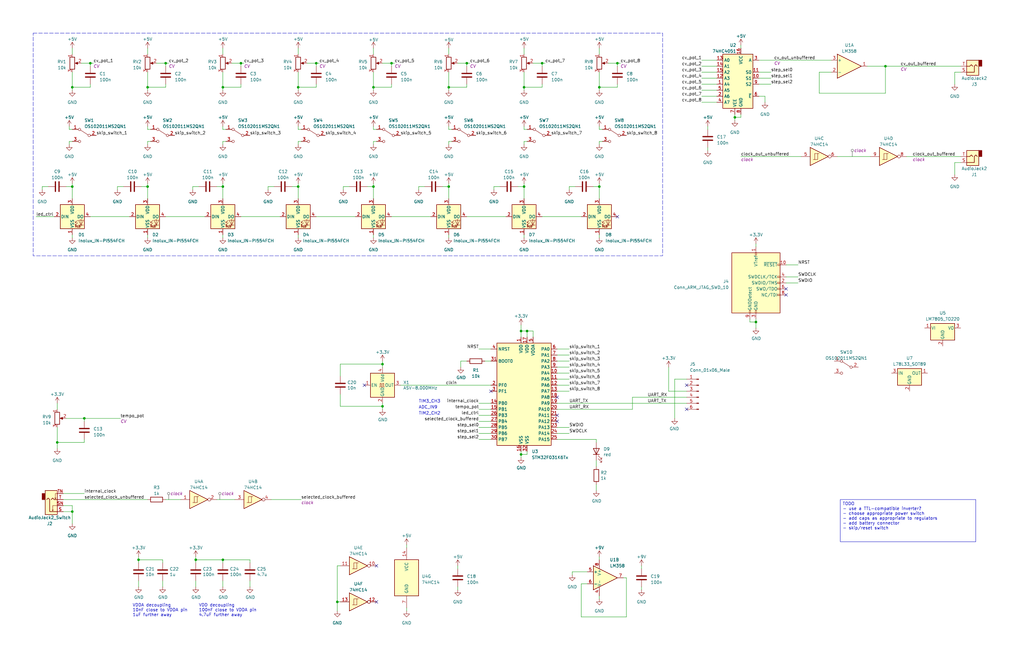
<source format=kicad_sch>
(kicad_sch (version 20221206) (generator eeschema)
  (paper "B")
  (title_block (title "sequencer") (date "2022-12-17") (rev "${rev}") (company "G. Keeth"))
  (junction (at 373.38 27.94))
  (junction (at 62.23 78.74))
  (junction (at 69.85 26.67))
  (junction (at 133.35 26.67))
  (junction (at 142.24 254))
  (junction (at 189.23 78.74))
  (junction (at 161.29 171.45))
  (junction (at 125.73 36.83))
  (junction (at 309.88 49.53))
  (junction (at 252.73 78.74))
  (junction (at 260.35 26.67))
  (junction (at 219.71 191.77))
  (junction (at 157.48 36.83))
  (junction (at 222.25 139.7))
  (junction (at 30.48 78.74))
  (junction (at 101.6 26.67))
  (junction (at 228.6 26.67))
  (junction (at 30.48 36.83))
  (junction (at 82.55 236.22))
  (junction (at 252.73 36.83))
  (junction (at 38.1 26.67))
  (junction (at 35.56 176.53))
  (junction (at 157.48 78.74))
  (junction (at 219.71 139.7))
  (junction (at 93.98 236.22))
  (junction (at 93.98 78.74))
  (junction (at 220.98 78.74))
  (junction (at 125.73 78.74))
  (junction (at 165.1 26.67))
  (junction (at 58.42 236.22))
  (junction (at 62.23 36.83))
  (junction (at 161.29 153.67))
  (junction (at 318.77 135.89))
  (junction (at 189.23 36.83))
  (junction (at 196.85 26.67))
  (junction (at 24.13 186.69))
  (junction (at 30.48 215.9))
  (junction (at 93.98 36.83))
  (junction (at 220.98 36.83))
  (no_connect (at 331.47 121.92))
  (no_connect (at 234.95 167.64))
  (no_connect (at 158.75 254))
  (no_connect (at 207.01 165.1))
  (no_connect (at 158.75 238.76))
  (no_connect (at 289.56 162.56))
  (no_connect (at 234.95 175.26))
  (no_connect (at 260.35 91.44))
  (no_connect (at 331.47 124.46))
  (no_connect (at 153.67 162.56))
  (no_connect (at 289.56 172.72))
  (no_connect (at 234.95 177.8))
  (wire (pts (xy 219.71 139.7) (xy 219.71 142.24)))
  (wire (pts (xy 252.73 78.74) (xy 252.73 83.82)))
  (wire (pts (xy 402.59 68.58) (xy 405.13 68.58)))
  (wire (pts (xy 295.91 35.56) (xy 302.26 35.56)))
  (wire (pts (xy 125.73 36.83) (xy 125.73 38.1)))
  (wire (pts (xy 58.42 234.95) (xy 58.42 236.22)))
  (wire (pts (xy 20.32 78.74) (xy 17.78 78.74)))
  (wire (pts (xy 38.1 26.67) (xy 39.37 26.67)))
  (wire (pts (xy 252.73 251.46) (xy 252.73 252.73)))
  (wire (pts (xy 179.07 78.74) (xy 176.53 78.74)))
  (wire (pts (xy 260.35 26.67) (xy 256.54 26.67)))
  (wire (pts (xy 165.1 35.56) (xy 165.1 36.83)))
  (wire (pts (xy 261.62 26.67) (xy 260.35 26.67)))
  (wire (pts (xy 157.48 60.96) (xy 157.48 59.69)))
  (wire (pts (xy 69.85 26.67) (xy 66.04 26.67)))
  (wire (pts (xy 58.42 236.22) (xy 58.42 237.49)))
  (wire (pts (xy 219.71 191.77) (xy 219.71 193.04)))
  (wire (pts (xy 62.23 36.83) (xy 62.23 38.1)))
  (wire (pts (xy 295.91 33.02) (xy 302.26 33.02)))
  (wire (pts (xy 234.95 157.48) (xy 240.03 157.48)))
  (wire (pts (xy 62.23 36.83) (xy 69.85 36.83)))
  (wire (pts (xy 165.1 26.67) (xy 165.1 27.94)))
  (wire (pts (xy 35.56 176.53) (xy 27.94 176.53)))
  (wire (pts (xy 93.98 78.74) (xy 91.44 78.74)))
  (wire (pts (xy 105.41 237.49) (xy 105.41 236.22)))
  (wire (pts (xy 125.73 77.47) (xy 125.73 78.74)))
  (wire (pts (xy 234.95 165.1) (xy 240.03 165.1)))
  (wire (pts (xy 222.25 139.7) (xy 219.71 139.7)))
  (wire (pts (xy 69.85 35.56) (xy 69.85 36.83)))
  (wire (pts (xy 93.98 20.32) (xy 93.98 22.86)))
  (wire (pts (xy 101.6 91.44) (xy 118.11 91.44)))
  (wire (pts (xy 312.42 48.26) (xy 312.42 49.53)))
  (wire (pts (xy 189.23 36.83) (xy 189.23 38.1)))
  (wire (pts (xy 373.38 39.37) (xy 373.38 27.94)))
  (wire (pts (xy 402.59 73.66) (xy 402.59 68.58)))
  (wire (pts (xy 240.03 78.74) (xy 240.03 80.01)))
  (wire (pts (xy 49.53 78.74) (xy 49.53 80.01)))
  (wire (pts (xy 201.93 147.32) (xy 207.01 147.32)))
  (wire (pts (xy 165.1 91.44) (xy 181.61 91.44)))
  (wire (pts (xy 234.95 182.88) (xy 240.03 182.88)))
  (wire (pts (xy 345.44 30.48) (xy 345.44 39.37)))
  (wire (pts (xy 320.04 35.56) (xy 325.12 35.56)))
  (wire (pts (xy 234.95 160.02) (xy 240.03 160.02)))
  (wire (pts (xy 142.24 238.76) (xy 143.51 238.76)))
  (wire (pts (xy 30.48 20.32) (xy 30.48 22.86)))
  (wire (pts (xy 251.46 194.31) (xy 251.46 196.85)))
  (wire (pts (xy 198.12 26.67) (xy 196.85 26.67)))
  (wire (pts (xy 295.91 43.18) (xy 302.26 43.18)))
  (wire (pts (xy 26.67 210.82) (xy 62.23 210.82)))
  (wire (pts (xy 189.23 53.34) (xy 189.23 54.61)))
  (wire (pts (xy 114.3 210.82) (xy 127 210.82)))
  (wire (pts (xy 29.21 54.61) (xy 30.48 54.61)))
  (wire (pts (xy 82.55 236.22) (xy 82.55 237.49)))
  (wire (pts (xy 252.73 78.74) (xy 250.19 78.74)))
  (wire (pts (xy 147.32 78.74) (xy 144.78 78.74)))
  (wire (pts (xy 201.93 185.42) (xy 207.01 185.42)))
  (wire (pts (xy 157.48 59.69) (xy 158.75 59.69)))
  (wire (pts (xy 220.98 77.47) (xy 220.98 78.74)))
  (wire (pts (xy 52.07 78.74) (xy 49.53 78.74)))
  (wire (pts (xy 281.94 154.94) (xy 281.94 165.1)))
  (wire (pts (xy 201.93 175.26) (xy 207.01 175.26)))
  (wire (pts (xy 320.04 30.48) (xy 325.12 30.48)))
  (wire (pts (xy 30.48 77.47) (xy 30.48 78.74)))
  (wire (pts (xy 220.98 36.83) (xy 228.6 36.83)))
  (wire (pts (xy 196.85 91.44) (xy 213.36 91.44)))
  (wire (pts (xy 125.73 78.74) (xy 125.73 83.82)))
  (wire (pts (xy 234.95 185.42) (xy 251.46 185.42)))
  (wire (pts (xy 382.27 66.04) (xy 405.13 66.04)))
  (wire (pts (xy 189.23 59.69) (xy 190.5 59.69)))
  (wire (pts (xy 373.38 27.94) (xy 405.13 27.94)))
  (wire (pts (xy 402.59 35.56) (xy 402.59 30.48)))
  (wire (pts (xy 234.95 170.18) (xy 289.56 170.18)))
  (wire (pts (xy 24.13 180.34) (xy 24.13 186.69)))
  (wire (pts (xy 220.98 59.69) (xy 222.25 59.69)))
  (wire (pts (xy 58.42 236.22) (xy 68.58 236.22)))
  (wire (pts (xy 62.23 59.69) (xy 63.5 59.69)))
  (wire (pts (xy 93.98 54.61) (xy 95.25 54.61)))
  (wire (pts (xy 101.6 26.67) (xy 97.79 26.67)))
  (wire (pts (xy 373.38 27.94) (xy 365.76 27.94)))
  (wire (pts (xy 93.98 36.83) (xy 101.6 36.83)))
  (wire (pts (xy 113.03 78.74) (xy 113.03 80.01)))
  (wire (pts (xy 260.35 26.67) (xy 260.35 27.94)))
  (wire (pts (xy 220.98 30.48) (xy 220.98 36.83)))
  (wire (pts (xy 251.46 186.69) (xy 251.46 185.42)))
  (wire (pts (xy 93.98 78.74) (xy 93.98 83.82)))
  (wire (pts (xy 161.29 170.18) (xy 161.29 171.45)))
  (wire (pts (xy 320.04 40.64) (xy 322.58 40.64)))
  (wire (pts (xy 194.31 152.4) (xy 196.85 152.4)))
  (wire (pts (xy 252.73 77.47) (xy 252.73 78.74)))
  (wire (pts (xy 252.73 20.32) (xy 252.73 22.86)))
  (wire (pts (xy 228.6 91.44) (xy 245.11 91.44)))
  (wire (pts (xy 93.98 99.06) (xy 93.98 100.33)))
  (wire (pts (xy 125.73 30.48) (xy 125.73 36.83)))
  (wire (pts (xy 309.88 48.26) (xy 309.88 49.53)))
  (wire (pts (xy 295.91 38.1) (xy 302.26 38.1)))
  (wire (pts (xy 83.82 78.74) (xy 81.28 78.74)))
  (wire (pts (xy 62.23 60.96) (xy 62.23 59.69)))
  (wire (pts (xy 29.21 53.34) (xy 29.21 54.61)))
  (wire (pts (xy 262.89 243.84) (xy 264.16 243.84)))
  (wire (pts (xy 222.25 190.5) (xy 222.25 191.77)))
  (wire (pts (xy 189.23 78.74) (xy 189.23 83.82)))
  (wire (pts (xy 220.98 20.32) (xy 220.98 22.86)))
  (wire (pts (xy 62.23 20.32) (xy 62.23 22.86)))
  (wire (pts (xy 102.87 26.67) (xy 101.6 26.67)))
  (wire (pts (xy 29.21 60.96) (xy 29.21 59.69)))
  (wire (pts (xy 93.98 59.69) (xy 95.25 59.69)))
  (wire (pts (xy 220.98 60.96) (xy 220.98 59.69)))
  (wire (pts (xy 252.73 54.61) (xy 254 54.61)))
  (wire (pts (xy 133.35 26.67) (xy 133.35 27.94)))
  (wire (pts (xy 252.73 99.06) (xy 252.73 100.33)))
  (wire (pts (xy 157.48 78.74) (xy 154.94 78.74)))
  (wire (pts (xy 157.48 78.74) (xy 157.48 83.82)))
  (wire (pts (xy 143.51 158.75) (xy 143.51 153.67)))
  (wire (pts (xy 196.85 26.67) (xy 193.04 26.67)))
  (wire (pts (xy 30.48 213.36) (xy 30.48 215.9)))
  (wire (pts (xy 68.58 245.11) (xy 68.58 247.65)))
  (wire (pts (xy 322.58 40.64) (xy 322.58 43.18)))
  (wire (pts (xy 125.73 59.69) (xy 127 59.69)))
  (wire (pts (xy 331.47 111.76) (xy 336.55 111.76)))
  (wire (pts (xy 228.6 26.67) (xy 224.79 26.67)))
  (wire (pts (xy 143.51 153.67) (xy 161.29 153.67)))
  (wire (pts (xy 157.48 30.48) (xy 157.48 36.83)))
  (wire (pts (xy 125.73 53.34) (xy 125.73 54.61)))
  (wire (pts (xy 189.23 20.32) (xy 189.23 22.86)))
  (wire (pts (xy 125.73 78.74) (xy 123.19 78.74)))
  (wire (pts (xy 38.1 35.56) (xy 38.1 36.83)))
  (wire (pts (xy 93.98 53.34) (xy 93.98 54.61)))
  (wire (pts (xy 220.98 78.74) (xy 220.98 83.82)))
  (wire (pts (xy 251.46 207.01) (xy 251.46 204.47)))
  (wire (pts (xy 201.93 170.18) (xy 207.01 170.18)))
  (wire (pts (xy 115.57 78.74) (xy 113.03 78.74)))
  (wire (pts (xy 62.23 78.74) (xy 62.23 83.82)))
  (wire (pts (xy 295.91 27.94) (xy 302.26 27.94)))
  (wire (pts (xy 26.67 208.28) (xy 35.56 208.28)))
  (wire (pts (xy 318.77 134.62) (xy 318.77 135.89)))
  (wire (pts (xy 224.79 139.7) (xy 222.25 139.7)))
  (wire (pts (xy 266.7 167.64) (xy 266.7 172.72)))
  (wire (pts (xy 157.48 99.06) (xy 157.48 100.33)))
  (wire (pts (xy 143.51 171.45) (xy 161.29 171.45)))
  (wire (pts (xy 234.95 180.34) (xy 240.03 180.34)))
  (wire (pts (xy 201.93 177.8) (xy 207.01 177.8)))
  (wire (pts (xy 312.42 49.53) (xy 309.88 49.53)))
  (wire (pts (xy 224.79 142.24) (xy 224.79 139.7)))
  (wire (pts (xy 125.73 60.96) (xy 125.73 59.69)))
  (wire (pts (xy 252.73 53.34) (xy 252.73 54.61)))
  (wire (pts (xy 142.24 254) (xy 143.51 254)))
  (wire (pts (xy 201.93 182.88) (xy 207.01 182.88)))
  (wire (pts (xy 242.57 78.74) (xy 240.03 78.74)))
  (wire (pts (xy 350.52 30.48) (xy 345.44 30.48)))
  (wire (pts (xy 252.73 60.96) (xy 252.73 59.69)))
  (wire (pts (xy 69.85 26.67) (xy 69.85 27.94)))
  (wire (pts (xy 289.56 167.64) (xy 266.7 167.64)))
  (wire (pts (xy 228.6 35.56) (xy 228.6 36.83)))
  (wire (pts (xy 24.13 170.18) (xy 24.13 172.72)))
  (wire (pts (xy 91.44 210.82) (xy 99.06 210.82)))
  (wire (pts (xy 331.47 116.84) (xy 336.55 116.84)))
  (wire (pts (xy 93.98 77.47) (xy 93.98 78.74)))
  (wire (pts (xy 189.23 36.83) (xy 196.85 36.83)))
  (wire (pts (xy 35.56 186.69) (xy 24.13 186.69)))
  (wire (pts (xy 298.45 62.23) (xy 298.45 63.5)))
  (wire (pts (xy 93.98 237.49) (xy 93.98 236.22)))
  (wire (pts (xy 222.25 191.77) (xy 219.71 191.77)))
  (wire (pts (xy 69.85 210.82) (xy 76.2 210.82)))
  (wire (pts (xy 220.98 78.74) (xy 218.44 78.74)))
  (wire (pts (xy 252.73 36.83) (xy 260.35 36.83)))
  (wire (pts (xy 189.23 60.96) (xy 189.23 59.69)))
  (wire (pts (xy 58.42 245.11) (xy 58.42 247.65)))
  (wire (pts (xy 176.53 78.74) (xy 176.53 80.01)))
  (wire (pts (xy 30.48 78.74) (xy 30.48 83.82)))
  (wire (pts (xy 318.77 102.87) (xy 318.77 104.14)))
  (wire (pts (xy 219.71 190.5) (xy 219.71 191.77)))
  (wire (pts (xy 189.23 54.61) (xy 190.5 54.61)))
  (wire (pts (xy 295.91 25.4) (xy 302.26 25.4)))
  (wire (pts (xy 295.91 30.48) (xy 302.26 30.48)))
  (wire (pts (xy 133.35 91.44) (xy 149.86 91.44)))
  (wire (pts (xy 222.25 142.24) (xy 222.25 139.7)))
  (wire (pts (xy 142.24 254) (xy 142.24 238.76)))
  (wire (pts (xy 318.77 135.89) (xy 318.77 138.43)))
  (wire (pts (xy 142.24 257.81) (xy 142.24 254)))
  (wire (pts (xy 194.31 154.94) (xy 194.31 152.4)))
  (wire (pts (xy 193.04 240.03) (xy 193.04 238.76)))
  (wire (pts (xy 35.56 176.53) (xy 35.56 177.8)))
  (wire (pts (xy 157.48 36.83) (xy 165.1 36.83)))
  (wire (pts (xy 157.48 20.32) (xy 157.48 22.86)))
  (wire (pts (xy 68.58 236.22) (xy 68.58 237.49)))
  (wire (pts (xy 245.11 246.38) (xy 247.65 246.38)))
  (wire (pts (xy 284.48 160.02) (xy 284.48 176.53)))
  (wire (pts (xy 35.56 185.42) (xy 35.56 186.69)))
  (wire (pts (xy 165.1 26.67) (xy 161.29 26.67)))
  (wire (pts (xy 30.48 36.83) (xy 38.1 36.83)))
  (wire (pts (xy 245.11 260.35) (xy 245.11 246.38)))
  (wire (pts (xy 17.78 78.74) (xy 17.78 80.01)))
  (wire (pts (xy 201.93 180.34) (xy 207.01 180.34)))
  (wire (pts (xy 30.48 78.74) (xy 27.94 78.74)))
  (wire (pts (xy 345.44 39.37) (xy 373.38 39.37)))
  (wire (pts (xy 402.59 30.48) (xy 405.13 30.48)))
  (wire (pts (xy 316.23 135.89) (xy 318.77 135.89)))
  (wire (pts (xy 241.3 242.57) (xy 241.3 241.3)))
  (wire (pts (xy 62.23 30.48) (xy 62.23 36.83)))
  (wire (pts (xy 125.73 54.61) (xy 127 54.61)))
  (wire (pts (xy 234.95 162.56) (xy 240.03 162.56)))
  (wire (pts (xy 284.48 160.02) (xy 289.56 160.02)))
  (wire (pts (xy 157.48 53.34) (xy 157.48 54.61)))
  (wire (pts (xy 228.6 26.67) (xy 228.6 27.94)))
  (wire (pts (xy 62.23 54.61) (xy 63.5 54.61)))
  (wire (pts (xy 234.95 154.94) (xy 240.03 154.94)))
  (wire (pts (xy 30.48 99.06) (xy 30.48 100.33)))
  (wire (pts (xy 220.98 53.34) (xy 220.98 54.61)))
  (wire (pts (xy 81.28 78.74) (xy 81.28 80.01)))
  (wire (pts (xy 196.85 35.56) (xy 196.85 36.83)))
  (wire (pts (xy 125.73 99.06) (xy 125.73 100.33)))
  (wire (pts (xy 196.85 26.67) (xy 196.85 27.94)))
  (wire (pts (xy 298.45 54.61) (xy 298.45 53.34)))
  (wire (pts (xy 157.48 77.47) (xy 157.48 78.74)))
  (wire (pts (xy 82.55 245.11) (xy 82.55 247.65)))
  (wire (pts (xy 189.23 78.74) (xy 186.69 78.74)))
  (wire (pts (xy 208.28 78.74) (xy 208.28 80.01)))
  (wire (pts (xy 171.45 229.87) (xy 171.45 231.14)))
  (wire (pts (xy 234.95 152.4) (xy 240.03 152.4)))
  (wire (pts (xy 71.12 26.67) (xy 69.85 26.67)))
  (wire (pts (xy 219.71 137.16) (xy 219.71 139.7)))
  (wire (pts (xy 204.47 152.4) (xy 207.01 152.4)))
  (wire (pts (xy 101.6 35.56) (xy 101.6 36.83)))
  (wire (pts (xy 161.29 152.4) (xy 161.29 153.67)))
  (wire (pts (xy 252.73 36.83) (xy 252.73 38.1)))
  (wire (pts (xy 353.06 66.04) (xy 367.03 66.04)))
  (wire (pts (xy 189.23 30.48) (xy 189.23 36.83)))
  (wire (pts (xy 252.73 30.48) (xy 252.73 36.83)))
  (wire (pts (xy 157.48 54.61) (xy 158.75 54.61)))
  (wire (pts (xy 234.95 147.32) (xy 240.03 147.32)))
  (wire (pts (xy 133.35 26.67) (xy 129.54 26.67)))
  (wire (pts (xy 101.6 26.67) (xy 101.6 27.94)))
  (wire (pts (xy 220.98 54.61) (xy 222.25 54.61)))
  (wire (pts (xy 264.16 260.35) (xy 245.11 260.35)))
  (wire (pts (xy 210.82 78.74) (xy 208.28 78.74)))
  (wire (pts (xy 93.98 245.11) (xy 93.98 247.65)))
  (wire (pts (xy 82.55 236.22) (xy 93.98 236.22)))
  (wire (pts (xy 144.78 78.74) (xy 144.78 80.01)))
  (wire (pts (xy 252.73 59.69) (xy 254 59.69)))
  (wire (pts (xy 220.98 99.06) (xy 220.98 100.33)))
  (wire (pts (xy 62.23 77.47) (xy 62.23 78.74)))
  (wire (pts (xy 26.67 213.36) (xy 30.48 213.36)))
  (wire (pts (xy 189.23 99.06) (xy 189.23 100.33)))
  (wire (pts (xy 295.91 40.64) (xy 302.26 40.64)))
  (wire (pts (xy 270.51 238.76) (xy 270.51 240.03)))
  (wire (pts (xy 133.35 35.56) (xy 133.35 36.83)))
  (wire (pts (xy 229.87 26.67) (xy 228.6 26.67)))
  (wire (pts (xy 143.51 166.37) (xy 143.51 171.45)))
  (wire (pts (xy 252.73 234.95) (xy 252.73 236.22)))
  (wire (pts (xy 331.47 119.38) (xy 336.55 119.38)))
  (wire (pts (xy 30.48 215.9) (xy 30.48 220.98)))
  (wire (pts (xy 62.23 78.74) (xy 59.69 78.74)))
  (wire (pts (xy 24.13 186.69) (xy 24.13 189.23)))
  (wire (pts (xy 320.04 25.4) (xy 350.52 25.4)))
  (wire (pts (xy 125.73 20.32) (xy 125.73 22.86)))
  (wire (pts (xy 62.23 53.34) (xy 62.23 54.61)))
  (wire (pts (xy 93.98 60.96) (xy 93.98 59.69)))
  (wire (pts (xy 38.1 26.67) (xy 38.1 27.94)))
  (wire (pts (xy 69.85 91.44) (xy 86.36 91.44)))
  (wire (pts (xy 270.51 247.65) (xy 270.51 248.92)))
  (wire (pts (xy 26.67 215.9) (xy 30.48 215.9)))
  (wire (pts (xy 316.23 134.62) (xy 316.23 135.89)))
  (wire (pts (xy 105.41 236.22) (xy 93.98 236.22)))
  (wire (pts (xy 320.04 33.02) (xy 325.12 33.02)))
  (wire (pts (xy 264.16 243.84) (xy 264.16 260.35)))
  (wire (pts (xy 260.35 35.56) (xy 260.35 36.83)))
  (wire (pts (xy 281.94 165.1) (xy 289.56 165.1)))
  (wire (pts (xy 201.93 172.72) (xy 207.01 172.72)))
  (wire (pts (xy 234.95 149.86) (xy 240.03 149.86)))
  (wire (pts (xy 234.95 172.72) (xy 266.7 172.72)))
  (wire (pts (xy 166.37 26.67) (xy 165.1 26.67)))
  (wire (pts (xy 220.98 36.83) (xy 220.98 38.1)))
  (wire (pts (xy 189.23 77.47) (xy 189.23 78.74)))
  (wire (pts (xy 15.24 91.44) (xy 22.86 91.44)))
  (wire (pts (xy 34.29 26.67) (xy 38.1 26.67)))
  (wire (pts (xy 168.91 162.56) (xy 207.01 162.56)))
  (wire (pts (xy 125.73 36.83) (xy 133.35 36.83)))
  (wire (pts (xy 193.04 247.65) (xy 193.04 248.92)))
  (wire (pts (xy 29.21 59.69) (xy 30.48 59.69)))
  (wire (pts (xy 161.29 153.67) (xy 161.29 154.94)))
  (wire (pts (xy 30.48 36.83) (xy 30.48 38.1)))
  (wire (pts (xy 134.62 26.67) (xy 133.35 26.67)))
  (wire (pts (xy 105.41 245.11) (xy 105.41 247.65)))
  (wire (pts (xy 50.8 176.53) (xy 35.56 176.53)))
  (wire (pts (xy 38.1 91.44) (xy 54.61 91.44)))
  (wire (pts (xy 82.55 234.95) (xy 82.55 236.22)))
  (wire (pts (xy 93.98 30.48) (xy 93.98 36.83)))
  (wire (pts (xy 161.29 171.45) (xy 161.29 172.72)))
  (wire (pts (xy 157.48 36.83) (xy 157.48 38.1)))
  (wire (pts (xy 30.48 30.48) (xy 30.48 36.83)))
  (wire (pts (xy 312.42 19.05) (xy 312.42 20.32)))
  (wire (pts (xy 93.98 36.83) (xy 93.98 38.1)))
  (wire (pts (xy 62.23 99.06) (xy 62.23 100.33)))
  (wire (pts (xy 309.88 49.53) (xy 309.88 50.8)))
  (wire (pts (xy 171.45 256.54) (xy 171.45 257.81)))
  (wire (pts (xy 312.42 66.04) (xy 337.82 66.04)))
  (wire (pts (xy 241.3 241.3) (xy 247.65 241.3)))
  (rectangle (start 13.97 13.97) (end 279.4 107.95) (stroke (width 0) (type dash)))
  (text_box "TODO\n- use a TTL-compatible inverter?\n- choose appropriate power switch\n- add caps as appropriate to regulators\n- add battery connector\n- skip/reset switch" (at 354.33 210.82 0) (size 57.15 17.78) (effects (font (size 1.27 1.27)) (justify left top)))
  (text "ADC_IN9" (at 176.53 172.72 0) (effects (font (size 1.27 1.27)) (justify left bottom)))
  (text "TIM3_CH3" (at 176.53 170.18 0) (effects (font (size 1.27 1.27)) (justify left bottom)))
  (text "VDDA decoupling\n10nF close to VDDA pin\n1uF further away" (at 55.88 260.35 0) (effects (font (size 1.27 1.27)) (justify left bottom)))
  (text "VDD decoupling\n100nF close to VDDA pin\n4.7uF further away" (at 83.82 260.35 0) (effects (font (size 1.27 1.27)) (justify left bottom)))
  (text "TIM2_CH2" (at 176.53 175.26 0) (effects (font (size 1.27 1.27)) (justify left bottom)))
  (label "step_sel1" (at 201.93 182.88 180) (property "Netclass" "digital" (effects hide)))
  (label "cv_pot_7" (at 229.87 26.67 0))
  (label "internal_clock" (at 35.56 208.28 0) (property "Netclass" "clock" (effects hide)))
  (label "selected_clock_buffered" (at 201.93 177.8 180) (property "Netclass" "clock" (effects hide)))
  (label "skip_switch_5" (at 168.91 57.15 0))
  (label "skip_switch_6" (at 240.03 160.02 0))
  (label "tempo_pot" (at 50.8 176.53 0) (property "Netclass" "CV" (at 50.8 177.8 0) (effects (font italic) (justify left))))
  (label "cv_pot_2" (at 71.12 26.67 0) (property "Netclass" "CV" (at 71.12 27.94 0) (effects (font italic) (justify left))))
  (label "cv_pot_7" (at 295.91 40.64 180) (property "Netclass" "CV" (effects hide)))
  (label "step_sel0" (at 325.12 30.48 0) (property "Netclass" "digital" (effects hide)))
  (label "internal_clock" (at 201.93 170.18 180) (property "Netclass" "clock" (effects hide)))
  (label "NRST" (at 201.93 147.32 180))
  (label "skip_switch_7" (at 232.41 57.15 0))
  (label "skip_switch_1" (at 40.64 57.15 0))
  (label "clock_out_buffered" (at 384.81 66.04 0) (property "Netclass" "clock" (at 384.81 67.31 0) (effects (font italic) (justify left))))
  (label "SWDIO" (at 336.55 119.38 0) (property "Netclass" "digital" (effects hide)))
  (label "led_ctrl" (at 201.93 175.26 180) (property "Netclass" "digital" (effects hide)))
  (label "skip_switch_7" (at 240.03 162.56 0))
  (label "cv_pot_6" (at 295.91 38.1 180) (property "Netclass" "CV" (effects hide)))
  (label "selected_clock_unbuffered" (at 35.56 210.82 0) (property "Netclass" "clock" (effects hide)))
  (label "skip_switch_1" (at 240.03 147.32 0))
  (label "skip_switch_8" (at 240.03 165.1 0))
  (label "skip_switch_4" (at 137.16 57.15 0))
  (label "cv_out_buffered" (at 379.73 27.94 0) (property "Netclass" "CV" (at 379.73 29.21 0) (effects (font italic) (justify left))))
  (label "step_sel2" (at 325.12 35.56 0) (property "Netclass" "digital" (effects hide)))
  (label "UART_RX" (at 240.03 172.72 0) (property "Netclass" "digital" (effects hide)))
  (label "UART_TX" (at 240.03 170.18 0) (property "Netclass" "digital" (effects hide)))
  (label "led_ctrl" (at 15.24 91.44 0) (property "Netclass" "digital" (effects hide)))
  (label "clkin" (at 187.96 162.56 0) (property "Netclass" "digital" (effects hide)))
  (label "cv_out_unbuffered" (at 326.39 25.4 0) (property "Netclass" "CV" (at 326.39 26.67 0) (effects (font italic) (justify left))))
  (label "skip_switch_3" (at 105.41 57.15 0))
  (label "cv_pot_1" (at 295.91 25.4 180) (property "Netclass" "CV" (effects hide)))
  (label "cv_pot_2" (at 295.91 27.94 180) (property "Netclass" "CV" (effects hide)))
  (label "skip_switch_5" (at 240.03 157.48 0))
  (label "cv_pot_3" (at 102.87 26.67 0) (property "Netclass" "CV" (at 102.87 27.94 0) (effects (font italic) (justify left))))
  (label "skip_switch_6" (at 200.66 57.15 0))
  (label "clock_out_unbuffered" (at 312.42 66.04 0) (property "Netclass" "clock" (at 312.42 67.31 0) (effects (font italic) (justify left))))
  (label "cv_pot_8" (at 261.62 26.67 0) (property "Netclass" "CV" (at 261.62 27.94 0) (effects (font italic) (justify left))))
  (label "step_sel0" (at 201.93 180.34 180) (property "Netclass" "digital" (effects hide)))
  (label "skip_switch_3" (at 240.03 152.4 0))
  (label "cv_pot_3" (at 295.91 30.48 180) (property "Netclass" "CV" (effects hide)))
  (label "step_sel1" (at 325.12 33.02 0) (property "Netclass" "digital" (effects hide)))
  (label "UART_TX" (at 273.05 170.18 0) (property "Netclass" "digital" (effects hide)))
  (label "skip_switch_4" (at 240.03 154.94 0))
  (label "cv_pot_1" (at 39.37 26.67 0) (property "Netclass" "CV" (at 39.37 27.94 0) (effects (font italic) (justify left))))
  (label "skip_switch_8" (at 264.16 57.15 0))
  (label "step_sel2" (at 201.93 185.42 180) (property "Netclass" "digital" (effects hide)))
  (label "cv_pot_5" (at 295.91 35.56 180) (property "Netclass" "CV" (effects hide)))
  (label "cv_pot_8" (at 295.91 43.18 180) (property "Netclass" "CV" (effects hide)))
  (label "cv_pot_4" (at 295.91 33.02 180) (property "Netclass" "CV" (effects hide)))
  (label "skip_switch_2" (at 240.03 149.86 0))
  (label "UART_RX" (at 273.05 167.64 0) (property "Netclass" "digital" (effects hide)))
  (label "SWDIO" (at 240.03 180.34 0) (property "Netclass" "digital" (effects hide)))
  (label "NRST" (at 336.55 111.76 0))
  (label "selected_clock_buffered" (at 127 210.82 0) (property "Netclass" "clock" (at 127 212.09 0) (effects (font italic) (justify left))))
  (label "tempo_pot" (at 201.93 172.72 180) (property "Netclass" "CV" (effects hide)))
  (label "skip_switch_2" (at 73.66 57.15 0))
  (label "cv_pot_5" (at 166.37 26.67 0) (property "Netclass" "CV" (at 166.37 27.94 0) (effects (font italic) (justify left))))
  (label "SWDCLK" (at 336.55 116.84 0) (property "Netclass" "digital" (effects hide)))
  (label "cv_pot_6" (at 198.12 26.67 0) (property "Netclass" "CV" (at 198.12 27.94 0) (effects (font italic) (justify left))))
  (label "SWDCLK" (at 240.03 182.88 0) (property "Netclass" "digital" (effects hide)))
  (label "cv_pot_4" (at 134.62 26.67 0) (property "Netclass" "CV" (at 134.62 27.94 0) (effects (font italic) (justify left))))
  (netclass_flag "" (length 2.54) (shape round) (at 71.12 210.82 0) (property "Netclass" "clock" (at 71.8185 208.28 0) (effects (font italic) (justify left))))
  (netclass_flag "" (length 2.54) (shape round) (at 92.71 210.82 0) (property "Netclass" "clock" (at 93.4085 208.28 0) (effects (font italic) (justify left))))
  (netclass_flag "" (length 2.54) (shape round) (at 359.41 66.04 0) (property "Netclass" "clock" (at 360.1085 63.5 0) (effects (font italic) (justify left))))
  (symbol (lib_id "power:GND") (at 309.88 50.8 0) (unit 1)
    (property "Reference" "#PWR0108" (effects hide))
    (property "Value" "GND" (at 309.88 55.88 0))
  )
  (symbol (lib_id "power:GND") (at 82.55 247.65 0) (unit 1)
    (property "Reference" "#PWR0123" (effects hide))
    (property "Value" "GND" (at 82.677 252.0442 0))
  )
  (symbol (lib_id "power:GND") (at 284.48 176.53 0) (mirror y) (unit 1)
    (property "Reference" "#PWR0110" (effects hide))
    (property "Value" "GND" (at 284.353 180.9242 0))
  )
  (symbol (lib_id "Device:R_Potentiometer") (at 93.98 26.67 0) (unit 1)
    (property "Reference" "RV3" (at 91.44 26.035 0) (effects (justify right)))
    (property "Value" "10k" (at 91.44 28.575 0) (effects (justify right)))
  )
  (symbol (lib_id "power:+5V") (at 157.48 53.34 0) (unit 1)
    (property "Reference" "#PWR0165" (effects hide))
    (property "Value" "+5V" (at 157.48 49.53 0))
  )
  (symbol (lib_id "Device:C") (at 69.85 31.75 180) (unit 1)
    (property "Reference" "C2" (at 73.66 31.115 0) (effects (justify right)))
    (property "Value" "100n" (at 73.66 33.655 0) (effects (justify right)))
    (property "Footprint" "Capacitor_SMD:C_0603_1608Metric" (effects hide))
  )
  (symbol (lib_id "power:+5V") (at 252.73 20.32 0) (unit 1)
    (property "Reference" "#PWR0132" (effects hide))
    (property "Value" "+5V" (at 252.73 16.51 0))
  )
  (symbol (lib_id "power:+3.3V") (at 318.77 102.87 0) (unit 1)
    (property "Reference" "#PWR0140" (effects hide))
    (property "Value" "+3.3V" (at 318.77 99.06 0))
  )
  (symbol (lib_id "power:+5V") (at 62.23 53.34 0) (unit 1)
    (property "Reference" "#PWR0137" (effects hide))
    (property "Value" "+5V" (at 62.23 49.53 0))
  )
  (symbol (lib_id "power:GND") (at 157.48 100.33 0) (unit 1)
    (property "Reference" "#PWR0162" (effects hide))
    (property "Value" "GND" (at 157.48 105.41 0))
  )
  (symbol (lib_id "power:GND") (at 62.23 100.33 0) (unit 1)
    (property "Reference" "#PWR0162" (effects hide))
    (property "Value" "GND" (at 62.23 105.41 0))
  )
  (symbol (lib_id "Amplifier_Operational:LM358") (at 255.27 243.84 0) (unit 3)
    (property "Reference" "U1" (effects hide))
    (property "Value" "LM358" (effects hide))
    (property "Datasheet" "http://www.ti.com/lit/ds/symlink/lm2904-n.pdf" (effects hide))
  )
  (symbol (lib_id "power:+5V") (at 30.48 77.47 0) (unit 1)
    (property "Reference" "#PWR0161" (effects hide))
    (property "Value" "+5V" (at 30.48 73.66 0))
  )
  (symbol (lib_id "power:GND") (at 144.78 80.01 0) (unit 1)
    (property "Reference" "#PWR0160" (effects hide))
    (property "Value" "GND" (at 144.78 85.09 0))
  )
  (symbol (lib_id "Device:C") (at 105.41 241.3 0) (unit 1)
    (property "Reference" "C25" (at 108.331 240.1316 0) (effects (justify left)))
    (property "Value" "4.7u" (at 108.331 242.443 0) (effects (justify left)))
    (property "Footprint" "Capacitor_SMD:C_0805_2012Metric" (effects hide))
    (property "Datasheet" "https://api.kemet.com/component-edge/download/datasheet/C0805C475K4RACTU.pdf" (effects hide))
    (property "Distributor" "Digikey" (effects hide))
    (property "Distributor PN" "399-7415-1-ND" (effects hide))
    (property "Manufacturer" "KEMET" (effects hide))
    (property "Manufacturer PN" "C0805C475K4RACTU" (effects hide))
  )
  (symbol (lib_id "power:GND") (at 241.3 242.57 0) (unit 1)
    (property "Reference" "#PWR0107" (effects hide))
    (property "Value" "GND" (at 241.3 247.65 0))
  )
  (symbol (lib_id "power:+3.3V") (at 161.29 152.4 0) (unit 1)
    (property "Reference" "#PWR0135" (effects hide))
    (property "Value" "+3.3V" (at 161.29 148.59 0))
  )
  (symbol (lib_id "power:GND") (at 17.78 80.01 0) (unit 1)
    (property "Reference" "#PWR0160" (effects hide))
    (property "Value" "GND" (at 17.78 85.09 0))
  )
  (symbol (lib_id "74xx:74HC4051") (at 312.42 33.02 0) (mirror y) (unit 1)
    (property "Reference" "U2" (at 310.4641 19.05 0) (effects (justify left)))
    (property "Value" "74HC4051" (at 310.4641 21.59 0) (effects (justify left)))
    (property "Datasheet" "http://www.ti.com/lit/ds/symlink/cd74hc4051.pdf" (effects hide))
  )
  (symbol (lib_id "Device:C") (at 93.98 241.3 0) (unit 1)
    (property "Reference" "C24" (at 96.901 240.1316 0) (effects (justify left)))
    (property "Value" "100n" (at 96.901 242.443 0) (effects (justify left)))
    (property "Footprint" "Capacitor_SMD:C_0603_1608Metric" (effects hide))
  )
  (symbol (lib_id "Switch:SW_SPDT") (at 227.33 57.15 0) (mirror y) (unit 1)
    (property "Reference" "SW7" (at 227.33 50.8 0) (effects (justify right)))
    (property "Value" "OS102011MS2QN1" (at 227.33 53.34 0) (effects (justify right)))
    (property "Footprint" "Button_Switch_THT:SW_Slide_1P2T_CK_OS102011MS2Q" (effects hide))
  )
  (symbol (lib_id "power:GND") (at 68.58 247.65 0) (unit 1)
    (property "Reference" "#PWR0125" (effects hide))
    (property "Value" "GND" (at 68.707 252.0442 0))
  )
  (symbol (lib_id "power:GND") (at 220.98 100.33 0) (unit 1)
    (property "Reference" "#PWR0162" (effects hide))
    (property "Value" "GND" (at 220.98 105.41 0))
  )
  (symbol (lib_id "power:GND") (at 252.73 100.33 0) (unit 1)
    (property "Reference" "#PWR0162" (effects hide))
    (property "Value" "GND" (at 252.73 105.41 0))
  )
  (symbol (lib_id "Device:LED") (at 251.46 190.5 90) (unit 1)
    (property "Reference" "D9" (at 254.4572 189.5094 90) (effects (justify right)))
    (property "Value" "red" (at 254.4572 191.8208 90) (effects (justify right)))
    (property "Footprint" "LED_SMD:LED_0603_1608Metric_Castellated" (effects hide))
    (property "Datasheet" "http://optoelectronics.liteon.com/upload/download/DS22-2000-223/LTST-C191KRKT.PDF" (effects hide))
    (property "Distributor" "Digikey" (effects hide))
    (property "Distributor PN" "160-1447-1-ND" (effects hide))
    (property "Manufacturer" "Lite-On" (effects hide))
    (property "Manufacturer PN" "LTST-C191KRKT" (effects hide))
  )
  (symbol (lib_id "power:GND") (at 125.73 38.1 0) (unit 1)
    (property "Reference" "#PWR0118" (effects hide))
    (property "Value" "GND" (at 125.73 43.18 0))
  )
  (symbol (lib_id "Device:C") (at 55.88 78.74 270) (unit 1)
    (property "Reference" "C10" (at 55.88 72.39 90))
    (property "Value" "100n" (at 55.88 74.93 90))
    (property "Footprint" "Capacitor_SMD:C_0603_1608Metric" (effects hide))
  )
  (symbol (lib_id "Switch:SW_SPDT") (at 68.58 57.15 0) (mirror y) (unit 1)
    (property "Reference" "SW2" (at 68.58 50.8 0) (effects (justify right)))
    (property "Value" "OS102011MS2QN1" (at 68.58 53.34 0) (effects (justify right)))
    (property "Footprint" "Button_Switch_THT:SW_Slide_1P2T_CK_OS102011MS2Q" (effects hide))
  )
  (symbol (lib_id "power:GND") (at 30.48 220.98 0) (unit 1)
    (property "Reference" "#PWR0167" (effects hide))
    (property "Value" "GND" (at 30.48 226.06 0))
  )
  (symbol (lib_id "power:GND") (at 81.28 80.01 0) (unit 1)
    (property "Reference" "#PWR0160" (effects hide))
    (property "Value" "GND" (at 81.28 85.09 0))
  )
  (symbol (lib_id "Device:C") (at 38.1 31.75 180) (unit 1)
    (property "Reference" "C1" (at 41.91 31.115 0) (effects (justify right)))
    (property "Value" "100n" (at 41.91 33.655 0) (effects (justify right)))
    (property "Footprint" "Capacitor_SMD:C_0603_1608Metric" (effects hide))
  )
  (symbol (lib_id "power:GND") (at 30.48 38.1 0) (unit 1)
    (property "Reference" "#PWR0154" (effects hide))
    (property "Value" "GND" (at 30.48 43.18 0))
  )
  (symbol (lib_id "Device:C") (at 260.35 31.75 180) (unit 1)
    (property "Reference" "C8" (at 264.16 31.115 0) (effects (justify right)))
    (property "Value" "100n" (at 264.16 33.655 0) (effects (justify right)))
    (property "Footprint" "Capacitor_SMD:C_0603_1608Metric" (effects hide))
  )
  (symbol (lib_id "power:GND") (at 194.31 154.94 0) (unit 1)
    (property "Reference" "#PWR0141" (effects hide))
    (property "Value" "GND" (at 194.437 159.3342 0))
  )
  (symbol (lib_id "Oscillator:ASV-xxxMHz") (at 161.29 162.56 0) (unit 1)
    (property "Reference" "X1" (at 170.0276 161.3916 0) (effects (justify left)))
    (property "Value" "ASV-8.000MHz" (at 170.0276 163.703 0) (effects (justify left)))
    (property "Footprint" "Oscillator:Oscillator_SMD_Abracon_ASV-4Pin_7.0x5.1mm" (effects hide))
    (property "Datasheet" "http://www.abracon.com/Oscillators/ASV.pdf" (effects hide))
  )
  (symbol (lib_id "Device:C") (at 133.35 31.75 180) (unit 1)
    (property "Reference" "C4" (at 137.16 31.115 0) (effects (justify right)))
    (property "Value" "100n" (at 137.16 33.655 0) (effects (justify right)))
    (property "Footprint" "Capacitor_SMD:C_0603_1608Metric" (effects hide))
  )
  (symbol (lib_id "74xx:74HC14") (at 151.13 238.76 0) (unit 5)
    (property "Reference" "U4" (at 151.13 231.14 0))
    (property "Value" "74HC14" (at 151.13 233.68 0))
    (property "Datasheet" "http://www.ti.com/lit/gpn/sn74HC14" (effects hide))
  )
  (symbol (lib_id "power:GND") (at 171.45 257.81 0) (unit 1)
    (property "Reference" "#PWR0113" (effects hide))
    (property "Value" "GND" (at 171.45 262.89 0))
  )
  (symbol (lib_id "power:+5V") (at 189.23 53.34 0) (unit 1)
    (property "Reference" "#PWR0155" (effects hide))
    (property "Value" "+5V" (at 189.23 49.53 0))
  )
  (symbol (lib_id "Device:C") (at 196.85 31.75 180) (unit 1)
    (property "Reference" "C6" (at 200.66 31.115 0) (effects (justify right)))
    (property "Value" "100n" (at 200.66 33.655 0) (effects (justify right)))
    (property "Footprint" "Capacitor_SMD:C_0603_1608Metric" (effects hide))
  )
  (symbol (lib_id "LED:Inolux_IN-PI554FCH") (at 125.73 91.44 0) (unit 1)
    (property "Reference" "D4" (at 127.6859 99.06 0) (effects (justify left)))
    (property "Value" "Inolux_IN-PI554FCH" (at 127.6859 101.6 0) (effects (justify left)))
    (property "Footprint" "LED_SMD:LED_Inolux_IN-PI554FCH_PLCC4_5.0x5.0mm_P3.2mm" (effects hide))
    (property "Datasheet" "http://www.inolux-corp.com/datasheet/SMDLED/Addressable%20LED/IN-PI554FCH.pdf" (effects hide))
  )
  (symbol (lib_id "power:GND") (at 252.73 38.1 0) (unit 1)
    (property "Reference" "#PWR0131" (effects hide))
    (property "Value" "GND" (at 252.73 43.18 0))
  )
  (symbol (lib_id "Switch:SW_SPDT") (at 163.83 57.15 0) (mirror y) (unit 1)
    (property "Reference" "SW5" (at 163.83 50.8 0) (effects (justify right)))
    (property "Value" "OS102011MS2QN1" (at 163.83 53.34 0) (effects (justify right)))
    (property "Footprint" "Button_Switch_THT:SW_Slide_1P2T_CK_OS102011MS2Q" (effects hide))
  )
  (symbol (lib_id "Regulator_Linear:L78L33_SOT89") (at 383.54 157.48 0) (unit 1)
    (property "Reference" "U7" (at 383.54 151.13 0))
    (property "Value" "L78L33_SOT89" (at 383.54 153.67 0))
    (property "Footprint" "Package_TO_SOT_SMD:SOT-89-3" (effects hide))
    (property "Datasheet" "http://www.st.com/content/ccc/resource/technical/document/datasheet/15/55/e5/aa/23/5b/43/fd/CD00000446.pdf/files/CD00000446.pdf/jcr:content/translations/en.CD00000446.pdf" (effects hide))
  )
  (symbol (lib_id "power:GND") (at 93.98 60.96 0) (unit 1)
    (property "Reference" "#PWR0157" (effects hide))
    (property "Value" "GND" (at 93.98 66.04 0))
  )
  (symbol (lib_id "power:GND") (at 322.58 43.18 0) (unit 1)
    (property "Reference" "#PWR0146" (effects hide))
    (property "Value" "GND" (at 322.58 48.26 0))
  )
  (symbol (lib_id "power:GND") (at 105.41 247.65 0) (unit 1)
    (property "Reference" "#PWR0126" (effects hide))
    (property "Value" "GND" (at 105.537 252.0442 0))
  )
  (symbol (lib_id "Switch:SW_SPDT") (at 132.08 57.15 0) (mirror y) (unit 1)
    (property "Reference" "SW4" (at 132.08 50.8 0) (effects (justify right)))
    (property "Value" "OS102011MS2QN1" (at 132.08 53.34 0) (effects (justify right)))
    (property "Footprint" "Button_Switch_THT:SW_Slide_1P2T_CK_OS102011MS2Q" (effects hide))
  )
  (symbol (lib_id "LED:Inolux_IN-PI554FCH") (at 93.98 91.44 0) (unit 1)
    (property "Reference" "D3" (at 95.9359 99.06 0) (effects (justify left)))
    (property "Value" "Inolux_IN-PI554FCH" (at 95.9359 101.6 0) (effects (justify left)))
    (property "Footprint" "LED_SMD:LED_Inolux_IN-PI554FCH_PLCC4_5.0x5.0mm_P3.2mm" (effects hide))
    (property "Datasheet" "http://www.inolux-corp.com/datasheet/SMDLED/Addressable%20LED/IN-PI554FCH.pdf" (effects hide))
  )
  (symbol (lib_id "power:GND") (at 161.29 172.72 0) (unit 1)
    (property "Reference" "#U08" (effects hide))
    (property "Value" "GND" (at 161.417 177.1142 0))
  )
  (symbol (lib_id "power:+5V") (at 220.98 20.32 0) (unit 1)
    (property "Reference" "#PWR0134" (effects hide))
    (property "Value" "+5V" (at 220.98 16.51 0))
  )
  (symbol (lib_id "Device:R_Potentiometer") (at 252.73 26.67 0) (unit 1)
    (property "Reference" "RV8" (at 250.19 26.035 0) (effects (justify right)))
    (property "Value" "10k" (at 250.19 28.575 0) (effects (justify right)))
  )
  (symbol (lib_id "Switch:SW_SPDT") (at 35.56 57.15 0) (mirror y) (unit 1)
    (property "Reference" "SW1" (at 35.56 50.8 0) (effects (justify right)))
    (property "Value" "OS102011MS2QN1" (at 35.56 53.34 0) (effects (justify right)))
    (property "Footprint" "Button_Switch_THT:SW_Slide_1P2T_CK_OS102011MS2Q" (effects hide))
  )
  (symbol (lib_id "power:+5V") (at 30.48 20.32 0) (unit 1)
    (property "Reference" "#PWR0153" (effects hide))
    (property "Value" "+5V" (at 30.48 16.51 0))
  )
  (symbol (lib_id "LED:Inolux_IN-PI554FCH") (at 157.48 91.44 0) (unit 1)
    (property "Reference" "D5" (at 159.4359 99.06 0) (effects (justify left)))
    (property "Value" "Inolux_IN-PI554FCH" (at 159.4359 101.6 0) (effects (justify left)))
    (property "Footprint" "LED_SMD:LED_Inolux_IN-PI554FCH_PLCC4_5.0x5.0mm_P3.2mm" (effects hide))
    (property "Datasheet" "http://www.inolux-corp.com/datasheet/SMDLED/Addressable%20LED/IN-PI554FCH.pdf" (effects hide))
  )
  (symbol (lib_id "power:GND") (at 176.53 80.01 0) (unit 1)
    (property "Reference" "#PWR0160" (effects hide))
    (property "Value" "GND" (at 176.53 85.09 0))
  )
  (symbol (lib_id "power:+5V") (at 157.48 20.32 0) (unit 1)
    (property "Reference" "#PWR0116" (effects hide))
    (property "Value" "+5V" (at 157.48 16.764 0))
  )
  (symbol (lib_id "power:GND") (at 193.04 248.92 0) (unit 1)
    (property "Reference" "#PWR0119" (effects hide))
    (property "Value" "GND" (at 193.04 254 0))
  )
  (symbol (lib_id "Device:C") (at 58.42 241.3 0) (unit 1)
    (property "Reference" "C21" (at 61.341 240.1316 0) (effects (justify left)))
    (property "Value" "10n" (at 61.341 242.443 0) (effects (justify left)))
    (property "Footprint" "Capacitor_SMD:C_0603_1608Metric" (effects hide))
  )
  (symbol (lib_id "Device:C") (at 193.04 243.84 180) (unit 1)
    (property "Reference" "C18" (at 196.85 243.205 0) (effects (justify right)))
    (property "Value" "100n" (at 196.85 245.745 0) (effects (justify right)))
    (property "Footprint" "Capacitor_SMD:C_0603_1608Metric" (effects hide))
  )
  (symbol (lib_id "74xx:74HC14") (at 83.82 210.82 0) (unit 1)
    (property "Reference" "U4" (at 83.82 203.2 0))
    (property "Value" "74HC14" (at 83.82 205.74 0))
    (property "Datasheet" "http://www.ti.com/lit/gpn/sn74HC14" (effects hide))
  )
  (symbol (lib_id "Device:C") (at 228.6 31.75 180) (unit 1)
    (property "Reference" "C7" (at 232.41 31.115 0) (effects (justify right)))
    (property "Value" "100n" (at 232.41 33.655 0) (effects (justify right)))
    (property "Footprint" "Capacitor_SMD:C_0603_1608Metric" (effects hide))
  )
  (symbol (lib_id "power:+5V") (at 93.98 20.32 0) (unit 1)
    (property "Reference" "#PWR0149" (effects hide))
    (property "Value" "+5V" (at 93.98 16.51 0))
  )
  (symbol (lib_id "power:+9V") (at 270.51 238.76 0) (unit 1)
    (property "Reference" "#PWR0103" (effects hide))
    (property "Value" "+9V" (at 270.51 234.95 0))
  )
  (symbol (lib_id "power:+5V") (at 171.45 229.87 0) (unit 1)
    (property "Reference" "#PWR0112" (effects hide))
    (property "Value" "+5V" (at 171.45 226.06 0))
  )
  (symbol (lib_id "Connector:Conn_01x06_Male") (at 294.64 165.1 0) (mirror y) (unit 1)
    (property "Reference" "J5" (at 290.83 153.67 0) (effects (justify right)))
    (property "Value" "Conn_01x06_Male" (at 290.83 156.21 0) (effects (justify right)))
  )
  (symbol (lib_id "Device:C") (at 101.6 31.75 180) (unit 1)
    (property "Reference" "C3" (at 105.41 31.115 0) (effects (justify right)))
    (property "Value" "100n" (at 105.41 33.655 0) (effects (justify right)))
    (property "Footprint" "Capacitor_SMD:C_0603_1608Metric" (effects hide))
  )
  (symbol (lib_id "power:GND") (at 220.98 38.1 0) (unit 1)
    (property "Reference" "#PWR0129" (effects hide))
    (property "Value" "GND" (at 220.98 43.18 0))
  )
  (symbol (lib_id "Switch:SW_SPDT") (at 259.08 57.15 0) (mirror y) (unit 1)
    (property "Reference" "SW8" (at 259.08 50.8 0) (effects (justify right)))
    (property "Value" "OS102011MS2QN1" (at 259.08 53.34 0) (effects (justify right)))
    (property "Footprint" "Button_Switch_THT:SW_Slide_1P2T_CK_OS102011MS2Q" (effects hide))
  )
  (symbol (lib_id "Connector:Conn_ARM_JTAG_SWD_10") (at 318.77 119.38 0) (unit 1)
    (property "Reference" "J4" (at 307.34 118.745 0) (effects (justify right)))
    (property "Value" "Conn_ARM_JTAG_SWD_10" (at 307.34 121.285 0) (effects (justify right)))
    (property "Footprint" "Connector_PinHeader_1.27mm:PinHeader_2x05_P1.27mm_Vertical_SMD" (effects hide))
    (property "Datasheet" "http://infocenter.arm.com/help/topic/com.arm.doc.ddi0314h/DDI0314H_coresight_components_trm.pdf" (effects hide))
  )
  (symbol (lib_id "Device:R_Potentiometer") (at 62.23 26.67 0) (unit 1)
    (property "Reference" "RV2" (at 59.69 26.035 0) (effects (justify right)))
    (property "Value" "10k" (at 59.69 28.575 0) (effects (justify right)))
  )
  (symbol (lib_id "power:+5V") (at 125.73 20.32 0) (unit 1)
    (property "Reference" "#PWR0115" (effects hide))
    (property "Value" "+5V" (at 125.73 16.51 0))
  )
  (symbol (lib_id "power:+5V") (at 189.23 77.47 0) (unit 1)
    (property "Reference" "#PWR0161" (effects hide))
    (property "Value" "+5V" (at 189.23 73.66 0))
  )
  (symbol (lib_id "power:GND") (at 252.73 252.73 0) (unit 1)
    (property "Reference" "#PWR0105" (effects hide))
    (property "Value" "GND" (at 252.73 257.81 0))
  )
  (symbol (lib_id "power:+5V") (at 312.42 19.05 0) (unit 1)
    (property "Reference" "#PWR0145" (effects hide))
    (property "Value" "+5V" (at 312.42 15.24 0))
  )
  (symbol (lib_id "Device:R_Potentiometer") (at 220.98 26.67 0) (unit 1)
    (property "Reference" "RV7" (at 218.44 26.035 0) (effects (justify right)))
    (property "Value" "10k" (at 218.44 28.575 0) (effects (justify right)))
  )
  (symbol (lib_id "power:GND") (at 270.51 248.92 0) (unit 1)
    (property "Reference" "#PWR0104" (effects hide))
    (property "Value" "GND" (at 270.51 254 0))
  )
  (symbol (lib_id "power:GND") (at 252.73 60.96 0) (unit 1)
    (property "Reference" "#PWR0130" (effects hide))
    (property "Value" "GND" (at 252.73 66.04 0))
  )
  (symbol (lib_id "Device:C") (at 87.63 78.74 270) (unit 1)
    (property "Reference" "C11" (at 87.63 72.39 90))
    (property "Value" "100n" (at 87.63 74.93 90))
    (property "Footprint" "Capacitor_SMD:C_0603_1608Metric" (effects hide))
  )
  (symbol (lib_id "Device:C") (at 165.1 31.75 180) (unit 1)
    (property "Reference" "C5" (at 168.91 31.115 0) (effects (justify right)))
    (property "Value" "100n" (at 168.91 33.655 0) (effects (justify right)))
    (property "Footprint" "Capacitor_SMD:C_0603_1608Metric" (effects hide))
  )
  (symbol (lib_id "Device:R_Potentiometer") (at 125.73 26.67 0) (unit 1)
    (property "Reference" "RV4" (at 123.19 26.035 0) (effects (justify right)))
    (property "Value" "10k" (at 123.19 28.575 0) (effects (justify right)))
  )
  (symbol (lib_id "power:+5V") (at 93.98 77.47 0) (unit 1)
    (property "Reference" "#PWR0161" (effects hide))
    (property "Value" "+5V" (at 93.98 73.66 0))
  )
  (symbol (lib_id "LED:Inolux_IN-PI554FCH") (at 252.73 91.44 0) (unit 1)
    (property "Reference" "D8" (at 255.27 99.06 0) (effects (justify left)))
    (property "Value" "Inolux_IN-PI554FCH" (at 255.27 101.6 0) (effects (justify left)))
    (property "Footprint" "LED_SMD:LED_Inolux_IN-PI554FCH_PLCC4_5.0x5.0mm_P3.2mm" (effects hide))
    (property "Datasheet" "http://www.inolux-corp.com/datasheet/SMDLED/Addressable%20LED/IN-PI554FCH.pdf" (effects hide))
  )
  (symbol (lib_id "power:GND") (at 113.03 80.01 0) (unit 1)
    (property "Reference" "#PWR0160" (effects hide))
    (property "Value" "GND" (at 113.03 85.09 0))
  )
  (symbol (lib_id "power:GND") (at 58.42 247.65 0) (unit 1)
    (property "Reference" "#PWR0170" (effects hide))
    (property "Value" "GND" (at 58.547 252.0442 0))
  )
  (symbol (lib_id "power:+5V") (at 62.23 77.47 0) (unit 1)
    (property "Reference" "#PWR0161" (effects hide))
    (property "Value" "+5V" (at 62.23 73.66 0))
  )
  (symbol (lib_id "power:GND") (at 189.23 38.1 0) (unit 1)
    (property "Reference" "#PWR0121" (effects hide))
    (property "Value" "GND" (at 189.23 43.18 0))
  )
  (symbol (lib_id "Device:R_Potentiometer") (at 24.13 176.53 0) (unit 1)
    (property "Reference" "RV9" (at 21.59 175.895 0) (effects (justify right)))
    (property "Value" "10k" (at 21.59 178.435 0) (effects (justify right)))
  )
  (symbol (lib_id "power:GND") (at 29.21 60.96 0) (unit 1)
    (property "Reference" "#PWR0151" (effects hide))
    (property "Value" "GND" (at 29.21 66.04 0))
  )
  (symbol (lib_id "power:+5V") (at 220.98 53.34 0) (unit 1)
    (property "Reference" "#PWR0128" (effects hide))
    (property "Value" "+5V" (at 220.98 49.53 0))
  )
  (symbol (lib_id "power:GND") (at 157.48 60.96 0) (unit 1)
    (property "Reference" "#PWR0159" (effects hide))
    (property "Value" "GND" (at 157.48 66.04 0))
  )
  (symbol (lib_id "Device:C") (at 214.63 78.74 270) (unit 1)
    (property "Reference" "C15" (at 214.63 72.39 90))
    (property "Value" "100n" (at 214.63 74.93 90))
    (property "Footprint" "Capacitor_SMD:C_0603_1608Metric" (effects hide))
  )
  (symbol (lib_id "Device:C") (at 68.58 241.3 0) (unit 1)
    (property "Reference" "C22" (at 71.501 240.1316 0) (effects (justify left)))
    (property "Value" "1u" (at 71.501 242.443 0) (effects (justify left)))
    (property "Footprint" "Capacitor_SMD:C_0805_2012Metric" (effects hide))
    (property "Datasheet" "https://api.kemet.com/component-edge/download/datasheet/C0805C105K3RACTU.pdf\r" (effects hide))
    (property "Manufacturer" "KEMET" (effects hide))
    (property "Manufacturer PN" "C0805C105K3RACTU" (effects hide))
    (property "Distributor" "Digikey" (effects hide))
    (property "Distributor PN" "399-8004-1-ND" (effects hide))
  )
  (symbol (lib_id "Connector_Audio:AudioJack2_Switch") (at 21.59 210.82 0) (mirror x) (unit 1)
    (property "Reference" "J2" (at 20.955 220.98 0))
    (property "Value" "AudioJack2_Switch" (at 20.955 218.44 0))
  )
  (symbol (lib_id "74xx:74HC14") (at 345.44 66.04 0) (unit 3)
    (property "Reference" "U4" (at 345.44 58.42 0))
    (property "Value" "74HC14" (at 345.44 60.96 0))
    (property "Datasheet" "http://www.ti.com/lit/gpn/sn74HC14" (effects hide))
  )
  (symbol (lib_id "power:+5V") (at 125.73 53.34 0) (unit 1)
    (property "Reference" "#PWR0158" (effects hide))
    (property "Value" "+5V" (at 125.73 49.53 0))
  )
  (symbol (lib_id "power:GND") (at 93.98 38.1 0) (unit 1)
    (property "Reference" "#PWR0150" (effects hide))
    (property "Value" "GND" (at 93.98 43.18 0))
  )
  (symbol (lib_id "Device:C") (at 143.51 162.56 0) (unit 1)
    (property "Reference" "C20" (at 146.431 161.3916 0) (effects (justify left)))
    (property "Value" "10n" (at 146.431 163.703 0) (effects (justify left)))
    (property "Footprint" "Capacitor_SMD:C_0603_1608Metric" (effects hide))
  )
  (symbol (lib_id "Device:R_Potentiometer") (at 30.48 26.67 0) (unit 1)
    (property "Reference" "RV1" (at 27.94 26.035 0) (effects (justify right)))
    (property "Value" "10k" (at 27.94 28.575 0) (effects (justify right)))
  )
  (symbol (lib_id "power:+3.3V") (at 82.55 234.95 0) (unit 1)
    (property "Reference" "#PWR0168" (effects hide))
    (property "Value" "+3.3V" (at 82.55 231.14 0))
  )
  (symbol (lib_id "LED:Inolux_IN-PI554FCH") (at 30.48 91.44 0) (unit 1)
    (property "Reference" "D1" (at 33.02 99.06 0) (effects (justify left)))
    (property "Value" "Inolux_IN-PI554FCH" (at 33.02 101.6 0) (effects (justify left)))
    (property "Footprint" "LED_SMD:LED_Inolux_IN-PI554FCH_PLCC4_5.0x5.0mm_P3.2mm" (effects hide))
    (property "Datasheet" "http://www.inolux-corp.com/datasheet/SMDLED/Addressable%20LED/IN-PI554FCH.pdf" (effects hide))
  )
  (symbol (lib_id "power:GND") (at 142.24 257.81 0) (unit 1)
    (property "Reference" "#PWR0144" (effects hide))
    (property "Value" "GND" (at 142.24 262.89 0))
  )
  (symbol (lib_id "power:+5V") (at 193.04 238.76 0) (unit 1)
    (property "Reference" "#PWR0114" (effects hide))
    (property "Value" "+5V" (at 193.04 234.95 0))
  )
  (symbol (lib_id "Connector_Audio:AudioJack2") (at 410.21 66.04 180) (unit 1)
    (property "Reference" "J1" (at 410.845 73.66 0))
    (property "Value" "AudioJack2" (at 410.845 71.12 0))
  )
  (symbol (lib_id "Device:C") (at 182.88 78.74 270) (unit 1)
    (property "Reference" "C14" (at 182.88 72.39 90))
    (property "Value" "100n" (at 182.88 74.93 90))
    (property "Footprint" "Capacitor_SMD:C_0603_1608Metric" (effects hide))
  )
  (symbol (lib_id "power:+5V") (at 157.48 77.47 0) (unit 1)
    (property "Reference" "#PWR0161" (effects hide))
    (property "Value" "+5V" (at 157.48 73.66 0))
  )
  (symbol (lib_id "Device:C") (at 24.13 78.74 270) (unit 1)
    (property "Reference" "C9" (at 24.13 72.39 90))
    (property "Value" "100n" (at 24.13 74.93 90))
    (property "Footprint" "Capacitor_SMD:C_0603_1608Metric" (effects hide))
  )
  (symbol (lib_id "power:+5V") (at 252.73 53.34 0) (unit 1)
    (property "Reference" "#PWR0133" (effects hide))
    (property "Value" "+5V" (at 252.73 49.53 0))
  )
  (symbol (lib_id "74xx:74HC14") (at 106.68 210.82 0) (unit 2)
    (property "Reference" "U4" (at 106.68 203.2 0))
    (property "Value" "74HC14" (at 106.68 205.74 0))
    (property "Datasheet" "http://www.ti.com/lit/gpn/sn74HC14" (effects hide))
  )
  (symbol (lib_id "power:+3.3V") (at 219.71 137.16 0) (unit 1)
    (property "Reference" "#PWR0111" (effects hide))
    (property "Value" "+3.3V" (at 219.71 133.35 0))
  )
  (symbol (lib_id "Connector_Audio:AudioJack2") (at 410.21 27.94 180) (unit 1)
    (property "Reference" "J3" (at 410.845 35.56 0))
    (property "Value" "AudioJack2" (at 410.845 33.02 0))
  )
  (symbol (lib_id "power:GND") (at 402.59 73.66 0) (unit 1)
    (property "Reference" "#PWR0102" (effects hide))
    (property "Value" "GND" (at 402.59 78.74 0))
  )
  (symbol (lib_id "LED:Inolux_IN-PI554FCH") (at 189.23 91.44 0) (unit 1)
    (property "Reference" "D6" (at 191.1859 99.06 0) (effects (justify left)))
    (property "Value" "Inolux_IN-PI554FCH" (at 191.1859 101.6 0) (effects (justify left)))
    (property "Footprint" "LED_SMD:LED_Inolux_IN-PI554FCH_PLCC4_5.0x5.0mm_P3.2mm" (effects hide))
    (property "Datasheet" "http://www.inolux-corp.com/datasheet/SMDLED/Addressable%20LED/IN-PI554FCH.pdf" (effects hide))
  )
  (symbol (lib_id "power:GND") (at 62.23 60.96 0) (unit 1)
    (property "Reference" "#PWR0136" (effects hide))
    (property "Value" "GND" (at 62.23 66.04 0))
  )
  (symbol (lib_id "74xx:74HC14") (at 151.13 254 0) (unit 6)
    (property "Reference" "U4" (at 151.13 246.38 0))
    (property "Value" "74HC14" (at 151.13 248.92 0))
    (property "Datasheet" "http://www.ti.com/lit/gpn/sn74HC14" (effects hide))
  )
  (symbol (lib_id "power:GND") (at 93.98 100.33 0) (unit 1)
    (property "Reference" "#PWR0162" (effects hide))
    (property "Value" "GND" (at 93.98 105.41 0))
  )
  (symbol (lib_id "power:GND") (at 219.71 193.04 0) (unit 1)
    (property "Reference" "#PWR0122" (effects hide))
    (property "Value" "GND" (at 219.837 197.4342 0))
  )
  (symbol (lib_id "power:GND") (at 157.48 38.1 0) (unit 1)
    (property "Reference" "#PWR0117" (effects hide))
    (property "Value" "GND" (at 157.48 43.18 0))
  )
  (symbol (lib_id "power:+5V") (at 252.73 77.47 0) (unit 1)
    (property "Reference" "#PWR0161" (effects hide))
    (property "Value" "+5V" (at 252.73 73.66 0))
  )
  (symbol (lib_id "Device:C") (at 82.55 241.3 0) (unit 1)
    (property "Reference" "C23" (at 85.471 240.1316 0) (effects (justify left)))
    (property "Value" "100n" (at 85.471 242.443 0) (effects (justify left)))
    (property "Footprint" "Capacitor_SMD:C_0603_1608Metric" (effects hide))
  )
  (symbol (lib_id "Device:C") (at 298.45 58.42 180) (unit 1)
    (property "Reference" "C17" (at 302.26 57.785 0) (effects (justify right)))
    (property "Value" "100n" (at 302.26 60.325 0) (effects (justify right)))
    (property "Footprint" "Capacitor_SMD:C_0603_1608Metric" (effects hide))
  )
  (symbol (lib_id "power:+5V") (at 298.45 53.34 0) (unit 1)
    (property "Reference" "#PWR0143" (effects hide))
    (property "Value" "+5V" (at 298.45 49.53 0))
  )
  (symbol (lib_id "Amplifier_Operational:LM358") (at 358.14 27.94 0) (unit 1)
    (property "Reference" "U1" (at 358.14 19.05 0))
    (property "Value" "LM358" (at 358.14 21.59 0))
    (property "Datasheet" "http://www.ti.com/lit/ds/symlink/lm2904-n.pdf" (effects hide))
  )
  (symbol (lib_id "power:GND") (at 189.23 60.96 0) (unit 1)
    (property "Reference" "#PWR0156" (effects hide))
    (property "Value" "GND" (at 189.23 66.04 0))
  )
  (symbol (lib_id "power:GND") (at 189.23 100.33 0) (unit 1)
    (property "Reference" "#PWR0162" (effects hide))
    (property "Value" "GND" (at 189.23 105.41 0))
  )
  (symbol (lib_id "power:GND") (at 49.53 80.01 0) (unit 1)
    (property "Reference" "#PWR0160" (effects hide))
    (property "Value" "GND" (at 49.53 85.09 0))
  )
  (symbol (lib_id "power:GND") (at 30.48 100.33 0) (unit 1)
    (property "Reference" "#PWR0162" (effects hide))
    (property "Value" "GND" (at 30.48 105.41 0))
  )
  (symbol (lib_id "power:GND") (at 298.45 63.5 0) (unit 1)
    (property "Reference" "#PWR0142" (effects hide))
    (property "Value" "GND" (at 298.45 68.58 0))
  )
  (symbol (lib_id "power:+5V") (at 220.98 77.47 0) (unit 1)
    (property "Reference" "#PWR0161" (effects hide))
    (property "Value" "+5V" (at 220.98 73.66 0))
  )
  (symbol (lib_id "power:+3.3V") (at 24.13 170.18 0) (unit 1)
    (property "Reference" "#PWR0164" (effects hide))
    (property "Value" "+3.3V" (at 24.13 166.37 0))
  )
  (symbol (lib_id "power:GND") (at 318.77 138.43 0) (unit 1)
    (property "Reference" "#PWR0138" (effects hide))
    (property "Value" "GND" (at 318.897 142.8242 0))
  )
  (symbol (lib_id "Amplifier_Operational:LM358") (at 255.27 243.84 0) (unit 2)
    (property "Reference" "U1" (at 259.08 236.22 0))
    (property "Value" "LM358" (at 260.35 238.76 0))
    (property "Datasheet" "http://www.ti.com/lit/ds/symlink/lm2904-n.pdf" (effects hide))
  )
  (symbol (lib_id "power:+5V") (at 29.21 53.34 0) (unit 1)
    (property "Reference" "#PWR0139" (effects hide))
    (property "Value" "+5V" (at 29.21 49.53 0))
  )
  (symbol (lib_id "Device:R") (at 251.46 200.66 180) (unit 1)
    (property "Reference" "R2" (at 253.238 199.4916 0) (effects (justify right)))
    (property "Value" "1k" (at 253.238 201.803 0) (effects (justify right)))
    (property "Footprint" "Resistor_SMD:R_0603_1608Metric" (effects hide))
    (property "Distributor" "Digikey" (effects hide))
    (property "Distributor PN" "YAG2323CT-ND" (effects hide))
    (property "Manufacturer" "Yageo" (effects hide))
    (property "Manufacturer PN" "RT0603FRE071KL" (effects hide))
  )
  (symbol (lib_id "power:GND") (at 125.73 100.33 0) (unit 1)
    (property "Reference" "#PWR0162" (effects hide))
    (property "Value" "GND" (at 125.73 105.41 0))
  )
  (symbol (lib_id "74xx:74HC14") (at 171.45 243.84 0) (unit 7)
    (property "Reference" "U4" (at 177.8 243.205 0) (effects (justify left)))
    (property "Value" "74HC14" (at 177.8 245.745 0) (effects (justify left)))
    (property "Datasheet" "http://www.ti.com/lit/gpn/sn74HC14" (effects hide))
  )
  (symbol (lib_id "power:GND") (at 208.28 80.01 0) (unit 1)
    (property "Reference" "#PWR0160" (effects hide))
    (property "Value" "GND" (at 208.28 85.09 0))
  )
  (symbol (lib_id "power:+5V") (at 93.98 53.34 0) (unit 1)
    (property "Reference" "#PWR0152" (effects hide))
    (property "Value" "+5V" (at 93.98 49.53 0))
  )
  (symbol (lib_id "Switch:SW_SPDT") (at 356.87 154.94 0) (mirror y) (unit 1)
    (property "Reference" "SW10" (at 356.87 148.59 0))
    (property "Value" "OS102011MS2QN1" (at 356.87 151.13 0))
    (property "Footprint" "Button_Switch_THT:SW_Slide_1P2T_CK_OS102011MS2Q" (effects hide))
  )
  (symbol (lib_id "Device:R_Potentiometer") (at 189.23 26.67 0) (unit 1)
    (property "Reference" "RV6" (at 186.69 26.035 0) (effects (justify right)))
    (property "Value" "10k" (at 186.69 28.575 0) (effects (justify right)))
  )
  (symbol (lib_id "MCU_ST_STM32F0:STM32F031K6Tx") (at 222.25 165.1 0) (unit 1)
    (property "Reference" "U3" (at 224.2059 190.5 0) (effects (justify left)))
    (property "Value" "STM32F031K6Tx" (at 224.2059 193.04 0) (effects (justify left)))
    (property "Footprint" "Package_QFP:LQFP-32_7x7mm_P0.8mm" (effects hide))
    (property "Datasheet" "http://www.st.com/st-web-ui/static/active/en/resource/technical/document/datasheet/DM00104043.pdf" (effects hide))
  )
  (symbol (lib_id "Switch:SW_SPDT") (at 100.33 57.15 0) (mirror y) (unit 1)
    (property "Reference" "SW3" (at 100.33 50.8 0) (effects (justify right)))
    (property "Value" "OS102011MS2QN1" (at 100.33 53.34 0) (effects (justify right)))
    (property "Footprint" "Button_Switch_THT:SW_Slide_1P2T_CK_OS102011MS2Q" (effects hide))
  )
  (symbol (lib_id "power:GND") (at 24.13 189.23 0) (unit 1)
    (property "Reference" "#PWR0163" (effects hide))
    (property "Value" "GND" (at 24.13 194.31 0))
  )
  (symbol (lib_id "power:+5V") (at 62.23 20.32 0) (unit 1)
    (property "Reference" "#PWR0147" (effects hide))
    (property "Value" "+5V" (at 62.23 16.51 0))
  )
  (symbol (lib_id "power:+5V") (at 125.73 77.47 0) (unit 1)
    (property "Reference" "#PWR0161" (effects hide))
    (property "Value" "+5V" (at 125.73 73.66 0))
  )
  (symbol (lib_id "Device:R") (at 200.66 152.4 90) (unit 1)
    (property "Reference" "R1" (at 200.66 156.21 90))
    (property "Value" "10k" (at 200.66 158.75 90))
    (property "Footprint" "Resistor_SMD:R_0603_1608Metric" (effects hide))
  )
  (symbol (lib_id "power:+5V") (at 189.23 20.32 0) (unit 1)
    (property "Reference" "#PWR0127" (effects hide))
    (property "Value" "+5V" (at 189.23 16.764 0))
  )
  (symbol (lib_id "LED:Inolux_IN-PI554FCH") (at 220.98 91.44 0) (unit 1)
    (property "Reference" "D7" (at 222.9359 99.06 0) (effects (justify left)))
    (property "Value" "Inolux_IN-PI554FCH" (at 222.9359 101.6 0) (effects (justify left)))
    (property "Footprint" "LED_SMD:LED_Inolux_IN-PI554FCH_PLCC4_5.0x5.0mm_P3.2mm" (effects hide))
    (property "Datasheet" "http://www.inolux-corp.com/datasheet/SMDLED/Addressable%20LED/IN-PI554FCH.pdf" (effects hide))
  )
  (symbol (lib_id "Device:C") (at 246.38 78.74 270) (unit 1)
    (property "Reference" "C16" (at 246.38 72.39 90))
    (property "Value" "100n" (at 246.38 74.93 90))
    (property "Footprint" "Capacitor_SMD:C_0603_1608Metric" (effects hide))
  )
  (symbol (lib_id "Switch:SW_SPDT") (at 195.58 57.15 0) (mirror y) (unit 1)
    (property "Reference" "SW6" (at 195.58 50.8 0) (effects (justify right)))
    (property "Value" "OS102011MS2QN1" (at 195.58 53.34 0) (effects (justify right)))
    (property "Footprint" "Button_Switch_THT:SW_Slide_1P2T_CK_OS102011MS2Q" (effects hide))
  )
  (symbol (lib_id "power:GND") (at 251.46 207.01 0) (unit 1)
    (property "Reference" "#U05" (effects hide))
    (property "Value" "GND" (at 251.587 211.4042 0))
  )
  (symbol (lib_id "power:GND") (at 402.59 35.56 0) (unit 1)
    (property "Reference" "#PWR0101" (effects hide))
    (property "Value" "GND" (at 402.59 40.64 0))
  )
  (symbol (lib_id "LED:Inolux_IN-PI554FCH") (at 62.23 91.44 0) (unit 1)
    (property "Reference" "D2" (at 64.1859 99.06 0) (effects (justify left)))
    (property "Value" "Inolux_IN-PI554FCH" (at 64.1859 101.6 0) (effects (justify left)))
    (property "Footprint" "LED_SMD:LED_Inolux_IN-PI554FCH_PLCC4_5.0x5.0mm_P3.2mm" (effects hide))
    (property "Datasheet" "http://www.inolux-corp.com/datasheet/SMDLED/Addressable%20LED/IN-PI554FCH.pdf" (effects hide))
  )
  (symbol (lib_id "74xx:74HC14") (at 374.65 66.04 0) (unit 4)
    (property "Reference" "U4" (at 374.65 58.42 0))
    (property "Value" "74HC14" (at 374.65 60.96 0))
    (property "Datasheet" "http://www.ti.com/lit/gpn/sn74HC14" (effects hide))
  )
  (symbol (lib_id "Regulator_Linear:LM7805_TO220") (at 397.51 138.43 0) (unit 1)
    (property "Reference" "U5" (at 397.51 132.08 0))
    (property "Value" "LM7805_TO220" (at 397.51 134.62 0))
    (property "Footprint" "Package_TO_SOT_THT:TO-220-3_Vertical" (effects hide))
    (property "Datasheet" "https://www.onsemi.cn/PowerSolutions/document/MC7800-D.PDF" (effects hide))
  )
  (symbol (lib_id "power:GND") (at 240.03 80.01 0) (unit 1)
    (property "Reference" "#PWR0160" (effects hide))
    (property "Value" "GND" (at 240.03 85.09 0))
  )
  (symbol (lib_id "power:+3.3V") (at 281.94 154.94 0) (mirror y) (unit 1)
    (property "Reference" "#PWR0109" (effects hide))
    (property "Value" "+3.3V" (at 281.94 151.13 0))
  )
  (symbol (lib_id "Device:C") (at 270.51 243.84 180) (unit 1)
    (property "Reference" "C19" (at 274.32 243.205 0) (effects (justify right)))
    (property "Value" "100n" (at 274.32 245.745 0) (effects (justify right)))
    (property "Footprint" "Capacitor_SMD:C_0603_1608Metric" (effects hide))
  )
  (symbol (lib_id "Device:C") (at 151.13 78.74 270) (unit 1)
    (property "Reference" "C13" (at 151.13 72.39 90))
    (property "Value" "100n" (at 151.13 74.93 90))
    (property "Footprint" "Capacitor_SMD:C_0603_1608Metric" (effects hide))
  )
  (symbol (lib_id "power:GND") (at 93.98 247.65 0) (unit 1)
    (property "Reference" "#PWR0124" (effects hide))
    (property "Value" "GND" (at 94.107 252.0442 0))
  )
  (symbol (lib_id "Device:C") (at 119.38 78.74 270) (unit 1)
    (property "Reference" "C12" (at 119.38 72.39 90))
    (property "Value" "100n" (at 119.38 74.93 90))
    (property "Footprint" "Capacitor_SMD:C_0603_1608Metric" (effects hide))
  )
  (symbol (lib_id "Device:R") (at 66.04 210.82 90) (unit 1)
    (property "Reference" "R3" (at 66.04 205.74 90))
    (property "Value" "1k" (at 66.04 208.28 90))
    (property "Footprint" "Resistor_SMD:R_0603_1608Metric" (effects hide))
  )
  (symbol (lib_id "Device:C") (at 35.56 181.61 180) (unit 1)
    (property "Reference" "C13" (at 39.37 180.975 0) (effects (justify right)))
    (property "Value" "100n" (at 39.37 183.515 0) (effects (justify right)))
    (property "Footprint" "Capacitor_SMD:C_0603_1608Metric" (effects hide))
  )
  (symbol (lib_id "power:+9V") (at 252.73 234.95 0) (unit 1)
    (property "Reference" "#PWR0106" (effects hide))
    (property "Value" "+9V" (at 252.73 231.14 0))
  )
  (symbol (lib_id "power:GND") (at 125.73 60.96 0) (unit 1)
    (property "Reference" "#PWR0166" (effects hide))
    (property "Value" "GND" (at 125.73 66.04 0))
  )
  (symbol (lib_id "power:GND") (at 220.98 60.96 0) (unit 1)
    (property "Reference" "#PWR0120" (effects hide))
    (property "Value" "GND" (at 220.98 66.04 0))
  )
  (symbol (lib_id "Device:R_Potentiometer") (at 157.48 26.67 0) (unit 1)
    (property "Reference" "RV5" (at 154.94 26.035 0) (effects (justify right)))
    (property "Value" "10k" (at 154.94 28.575 0) (effects (justify right)))
  )
  (symbol (lib_id "power:GND") (at 62.23 38.1 0) (unit 1)
    (property "Reference" "#PWR0148" (effects hide))
    (property "Value" "GND" (at 62.23 43.18 0))
  )
  (symbol (lib_id "power:+3.3V") (at 58.42 234.95 0) (unit 1)
    (property "Reference" "#PWR0169" (effects hide))
    (property "Value" "+3.3V" (at 58.42 231.14 0))
  )
)
</source>
